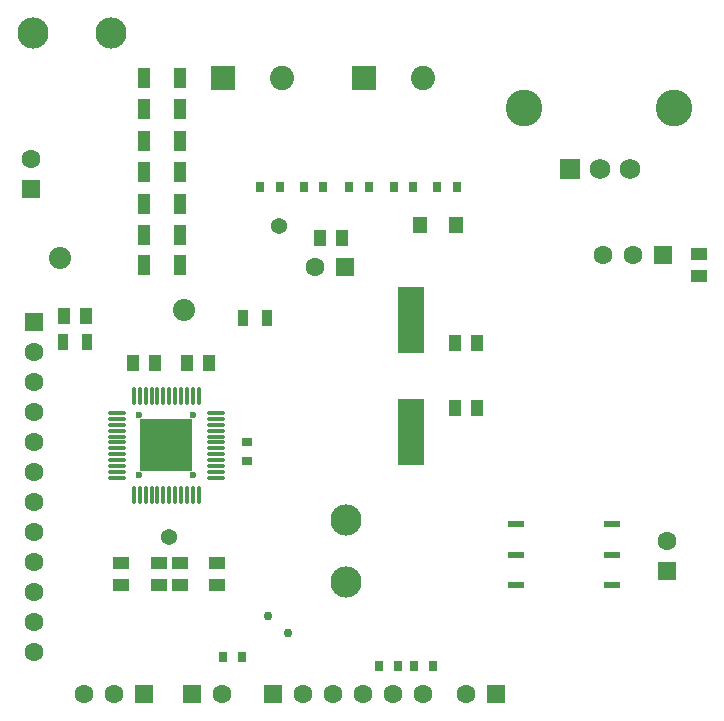
<source format=gts>
G04*
G04 #@! TF.GenerationSoftware,Altium Limited,Altium Designer,21.6.4 (81)*
G04*
G04 Layer_Color=8388736*
%FSLAX25Y25*%
%MOIN*%
G70*
G04*
G04 #@! TF.SameCoordinates,5B244758-CEA0-4159-AF34-73EF1895305B*
G04*
G04*
G04 #@! TF.FilePolarity,Negative*
G04*
G01*
G75*
%ADD27R,0.04724X0.05512*%
%ADD30R,0.03937X0.06890*%
%ADD31R,0.03740X0.03150*%
%ADD32R,0.03150X0.03740*%
%ADD33R,0.05394X0.02402*%
%ADD34R,0.17520X0.17520*%
%ADD35O,0.01575X0.05906*%
%ADD36O,0.05906X0.01575*%
%ADD37R,0.08661X0.22441*%
%ADD38R,0.03347X0.05315*%
%ADD39R,0.04331X0.05709*%
%ADD40R,0.05709X0.04331*%
%ADD41C,0.12205*%
%ADD42R,0.06894X0.06894*%
%ADD43C,0.06894*%
%ADD44C,0.10394*%
%ADD45C,0.06299*%
%ADD46R,0.06299X0.06299*%
%ADD47R,0.06299X0.06299*%
%ADD48R,0.08071X0.08071*%
%ADD49C,0.08071*%
%ADD50C,0.07394*%
%ADD51C,0.05394*%
%ADD52C,0.02362*%
%ADD53C,0.02994*%
D27*
X385407Y409465D02*
D03*
X397507D02*
D03*
D30*
X305504Y396000D02*
D03*
X293496D02*
D03*
X293496Y406000D02*
D03*
X305504D02*
D03*
X305504Y416500D02*
D03*
X293496D02*
D03*
X293496Y427000D02*
D03*
X305504D02*
D03*
X305504Y437500D02*
D03*
X293496D02*
D03*
X293496Y448000D02*
D03*
X305504D02*
D03*
X305504Y458500D02*
D03*
X293496D02*
D03*
D31*
X328000Y337248D02*
D03*
Y330752D02*
D03*
D32*
X391252Y422000D02*
D03*
X397748D02*
D03*
X376752D02*
D03*
X383248D02*
D03*
X362004D02*
D03*
X368500D02*
D03*
X332252D02*
D03*
X338748D02*
D03*
X390000Y262500D02*
D03*
X383504D02*
D03*
X346752Y422000D02*
D03*
X353248D02*
D03*
X371752Y262500D02*
D03*
X378248D02*
D03*
X326248Y265500D02*
D03*
X319752D02*
D03*
D33*
X417555Y309894D02*
D03*
Y299500D02*
D03*
X417575Y289539D02*
D03*
X449622Y299500D02*
D03*
X449622Y309894D02*
D03*
X449622Y289539D02*
D03*
D34*
X301000Y336000D02*
D03*
D35*
X290173Y352535D02*
D03*
X294110D02*
D03*
X298047D02*
D03*
X300016D02*
D03*
X305921D02*
D03*
X307890D02*
D03*
X309858D02*
D03*
X311827D02*
D03*
Y319465D02*
D03*
X309858D02*
D03*
X307890D02*
D03*
X305921D02*
D03*
X303953D02*
D03*
X301984D02*
D03*
X300016D02*
D03*
X298047D02*
D03*
X296079D02*
D03*
X294110D02*
D03*
X292142D02*
D03*
X290173D02*
D03*
X301984Y352535D02*
D03*
X303953D02*
D03*
X296079D02*
D03*
X292142D02*
D03*
D36*
X317535Y346827D02*
D03*
Y344858D02*
D03*
Y342890D02*
D03*
Y340921D02*
D03*
Y338953D02*
D03*
Y336984D02*
D03*
Y333047D02*
D03*
Y331079D02*
D03*
Y329110D02*
D03*
Y327142D02*
D03*
Y325173D02*
D03*
X284465D02*
D03*
Y327142D02*
D03*
Y329110D02*
D03*
Y331079D02*
D03*
Y333047D02*
D03*
Y335016D02*
D03*
Y336984D02*
D03*
Y338953D02*
D03*
Y340921D02*
D03*
Y342890D02*
D03*
Y344858D02*
D03*
Y346827D02*
D03*
X317535Y335016D02*
D03*
D37*
X382500Y377701D02*
D03*
Y340299D02*
D03*
D38*
X334437Y378500D02*
D03*
X326563D02*
D03*
X274437Y370500D02*
D03*
X266563D02*
D03*
D39*
X397358Y348500D02*
D03*
X404642D02*
D03*
Y370000D02*
D03*
X397358D02*
D03*
X359642Y405000D02*
D03*
X352358D02*
D03*
X315142Y363500D02*
D03*
X307858D02*
D03*
X297142D02*
D03*
X289858D02*
D03*
X274142Y379000D02*
D03*
X266858D02*
D03*
D40*
X478500Y399642D02*
D03*
Y392358D02*
D03*
X298500Y289358D02*
D03*
Y296642D02*
D03*
X305500Y289358D02*
D03*
Y296642D02*
D03*
X318000Y289358D02*
D03*
Y296642D02*
D03*
X286000Y289358D02*
D03*
Y296642D02*
D03*
D41*
X420268Y448457D02*
D03*
X470268D02*
D03*
D42*
X435500Y428000D02*
D03*
D43*
X445500D02*
D03*
X455500D02*
D03*
D44*
X256500Y473500D02*
D03*
X282500D02*
D03*
X361000Y311000D02*
D03*
Y290500D02*
D03*
D45*
X256000Y431500D02*
D03*
X319500Y253000D02*
D03*
X386500D02*
D03*
X376500D02*
D03*
X366500D02*
D03*
X356500D02*
D03*
X346500D02*
D03*
X446500Y399500D02*
D03*
X456500D02*
D03*
X257000Y367000D02*
D03*
Y357000D02*
D03*
Y347000D02*
D03*
Y337000D02*
D03*
Y327000D02*
D03*
Y317000D02*
D03*
Y307000D02*
D03*
Y297000D02*
D03*
Y287000D02*
D03*
Y277000D02*
D03*
Y267000D02*
D03*
X350500Y395500D02*
D03*
X468000Y304000D02*
D03*
X273500Y253000D02*
D03*
X283500D02*
D03*
X401000D02*
D03*
D46*
X256000Y421500D02*
D03*
X257000Y377000D02*
D03*
X468000Y294000D02*
D03*
D47*
X309500Y253000D02*
D03*
X336500D02*
D03*
X466500Y399500D02*
D03*
X360500Y395500D02*
D03*
X293500Y253000D02*
D03*
X411000D02*
D03*
D48*
X366815Y458500D02*
D03*
X319815D02*
D03*
D49*
X386500D02*
D03*
X339500D02*
D03*
D50*
X265500Y398500D02*
D03*
X307000Y381000D02*
D03*
D51*
X338500Y409000D02*
D03*
X302000Y305500D02*
D03*
D52*
X310000Y346000D02*
D03*
Y326000D02*
D03*
X292000Y346000D02*
D03*
Y326000D02*
D03*
D53*
X335000Y279000D02*
D03*
X341500Y273500D02*
D03*
M02*

</source>
